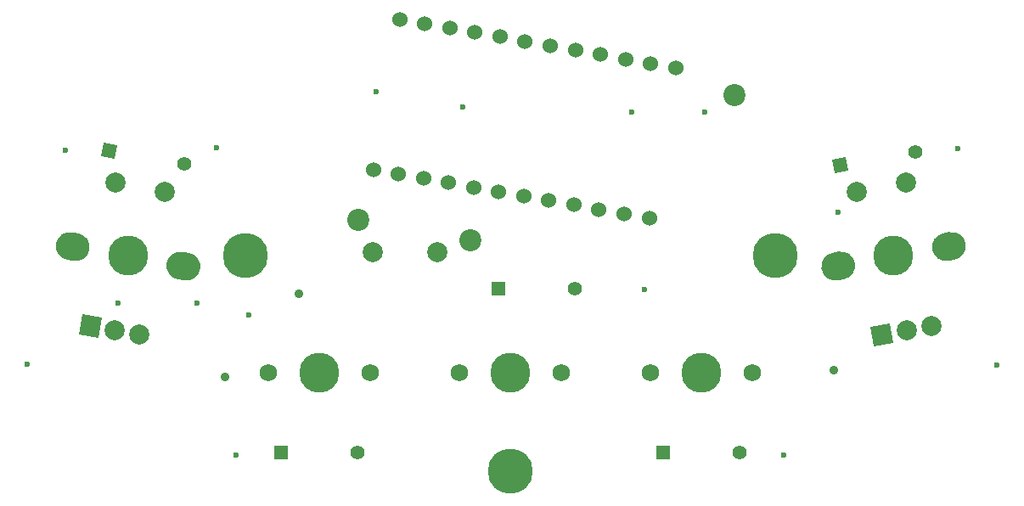
<source format=gts>
%TF.GenerationSoftware,KiCad,Pcbnew,(5.1.9-0-10_14)*%
%TF.CreationDate,2021-06-24T13:30:28+09:00*%
%TF.ProjectId,reviung5,72657669-756e-4673-952e-6b696361645f,1*%
%TF.SameCoordinates,PX1c9c380PY1c9c380*%
%TF.FileFunction,Soldermask,Top*%
%TF.FilePolarity,Negative*%
%FSLAX46Y46*%
G04 Gerber Fmt 4.6, Leading zero omitted, Abs format (unit mm)*
G04 Created by KiCad (PCBNEW (5.1.9-0-10_14)) date 2021-06-24 13:30:28*
%MOMM*%
%LPD*%
G01*
G04 APERTURE LIST*
%ADD10C,3.987800*%
%ADD11C,4.500000*%
%ADD12C,2.200000*%
%ADD13C,0.100000*%
%ADD14C,2.000000*%
%ADD15C,1.397000*%
%ADD16R,1.397000X1.397000*%
%ADD17C,1.750000*%
%ADD18C,1.524000*%
%ADD19C,0.900000*%
%ADD20C,0.600000*%
G04 APERTURE END LIST*
D10*
%TO.C,SW5*%
X88050000Y-25610000D03*
%TD*%
%TO.C,SW1*%
X11720000Y-25620000D03*
%TD*%
D11*
%TO.C,REF\u002A\u002A*%
X76260000Y-25570000D03*
%TD*%
%TO.C,REF\u002A\u002A*%
X49860000Y-47110000D03*
%TD*%
%TO.C,REF\u002A\u002A*%
X23460000Y-25570000D03*
%TD*%
D12*
%TO.C,Ref\u002A\u002A*%
X34670000Y-22070000D03*
%TD*%
%TO.C,Ref\u002A\u002A*%
X45910000Y-24070000D03*
%TD*%
%TO.C,Ref\u002A\u002A*%
X72210000Y-9620000D03*
%TD*%
D13*
%TO.C,RESW2*%
G36*
X88068456Y-34291160D02*
G01*
X86098840Y-34638456D01*
X85751544Y-32668840D01*
X87721160Y-32321544D01*
X88068456Y-34291160D01*
G37*
D14*
X89372019Y-33045880D03*
X91834039Y-32611759D03*
G36*
G01*
X83093284Y-27958888D02*
X82502400Y-28063076D01*
G75*
G02*
X80880562Y-26927452I-243107J1378731D01*
G01*
X80880562Y-26927452D01*
G75*
G02*
X82016186Y-25305614I1378731J243107D01*
G01*
X82607070Y-25201426D01*
G75*
G02*
X84228908Y-26337050I243107J-1378731D01*
G01*
X84228908Y-26337050D01*
G75*
G02*
X83093284Y-27958888I-1378731J-243107D01*
G01*
G37*
G36*
G01*
X94123129Y-26014029D02*
X93532245Y-26118217D01*
G75*
G02*
X91910407Y-24982593I-243107J1378731D01*
G01*
X91910407Y-24982593D01*
G75*
G02*
X93046031Y-23360755I1378731J243107D01*
G01*
X93636915Y-23256567D01*
G75*
G02*
X95258753Y-24392191I243107J-1378731D01*
G01*
X95258753Y-24392191D01*
G75*
G02*
X94123129Y-26014029I-1378731J-243107D01*
G01*
G37*
X84392101Y-19200288D03*
X89316140Y-18332047D03*
%TD*%
D13*
%TO.C,RESW1*%
G36*
X8781160Y-33778456D02*
G01*
X6811544Y-33431160D01*
X7158840Y-31461544D01*
X9128456Y-31808840D01*
X8781160Y-33778456D01*
G37*
D14*
X10432019Y-33054120D03*
X12894039Y-33488241D03*
G36*
G01*
X6271792Y-26126458D02*
X5680908Y-26022270D01*
G75*
G02*
X4545284Y-24400432I243107J1378731D01*
G01*
X4545284Y-24400432D01*
G75*
G02*
X6167122Y-23264808I1378731J-243107D01*
G01*
X6758006Y-23368996D01*
G75*
G02*
X7893630Y-24990834I-243107J-1378731D01*
G01*
X7893630Y-24990834D01*
G75*
G02*
X6271792Y-26126458I-1378731J243107D01*
G01*
G37*
G36*
G01*
X17301639Y-28071317D02*
X16710755Y-27967129D01*
G75*
G02*
X15575131Y-26345291I243107J1378731D01*
G01*
X15575131Y-26345291D01*
G75*
G02*
X17196969Y-25209667I1378731J-243107D01*
G01*
X17787853Y-25313855D01*
G75*
G02*
X18923477Y-26935693I-243107J-1378731D01*
G01*
X18923477Y-26935693D01*
G75*
G02*
X17301639Y-28071317I-1378731J243107D01*
G01*
G37*
X10487899Y-18340288D03*
X15411937Y-19208528D03*
%TD*%
D13*
%TO.C,D1*%
G36*
X9038701Y-15704995D02*
G01*
X9281287Y-14329219D01*
X10657063Y-14571805D01*
X10414477Y-15947581D01*
X9038701Y-15704995D01*
G37*
D15*
X17352118Y-16461600D03*
%TD*%
%TO.C,D2*%
X34610000Y-45250000D03*
D16*
X26990000Y-45250000D03*
%TD*%
%TO.C,D3*%
X48690000Y-28920000D03*
D15*
X56310000Y-28920000D03*
%TD*%
%TO.C,D4*%
X72710000Y-45250000D03*
D16*
X65090000Y-45250000D03*
%TD*%
D13*
%TO.C,D5*%
G36*
X82161287Y-17360781D02*
G01*
X81918701Y-15985005D01*
X83294477Y-15742419D01*
X83537063Y-17118195D01*
X82161287Y-17360781D01*
G37*
D15*
X90232118Y-15228400D03*
%TD*%
D14*
%TO.C,reset1*%
X42610000Y-25250000D03*
X36110000Y-25250000D03*
%TD*%
D17*
%TO.C,SW2*%
X35880000Y-37300000D03*
X25720000Y-37300000D03*
D10*
X30800000Y-37300000D03*
%TD*%
%TO.C,SW3*%
X49850000Y-37300000D03*
D17*
X44770000Y-37300000D03*
X54930000Y-37300000D03*
%TD*%
%TO.C,SW4*%
X73980000Y-37300000D03*
X63820000Y-37300000D03*
D10*
X68900000Y-37300000D03*
%TD*%
D18*
%TO.C,U1*%
X38823659Y-2020156D03*
X41325071Y-2461222D03*
X43826482Y-2902289D03*
X46327894Y-3343355D03*
X48829306Y-3784421D03*
X51330718Y-4225488D03*
X53832129Y-4666554D03*
X56333541Y-5107621D03*
X58834953Y-5548687D03*
X61336364Y-5989753D03*
X63837776Y-6430820D03*
X66339188Y-6871886D03*
X63696262Y-21860660D03*
X61194851Y-21419594D03*
X58693439Y-20978527D03*
X56192027Y-20537461D03*
X53690616Y-20096395D03*
X51189204Y-19655328D03*
X48687792Y-19214262D03*
X46186381Y-18773195D03*
X43684969Y-18332129D03*
X41183557Y-17891063D03*
X38682146Y-17449996D03*
X36180734Y-17008930D03*
%TD*%
D19*
X28800000Y-29400000D03*
X21400000Y-37700000D03*
X82100000Y-37000000D03*
D20*
X5450000Y-15100000D03*
X1700000Y-36400000D03*
X22500000Y-45500000D03*
X77150000Y-45450000D03*
X98350000Y-36550000D03*
X94450000Y-14900000D03*
X36500000Y-9250000D03*
X20550000Y-14850000D03*
X62000000Y-11250000D03*
X69250000Y-11250000D03*
X63250000Y-29000000D03*
X82500000Y-21250000D03*
X23800000Y-31550000D03*
X10700000Y-30300000D03*
X18600000Y-30300000D03*
X45100000Y-10800000D03*
M02*

</source>
